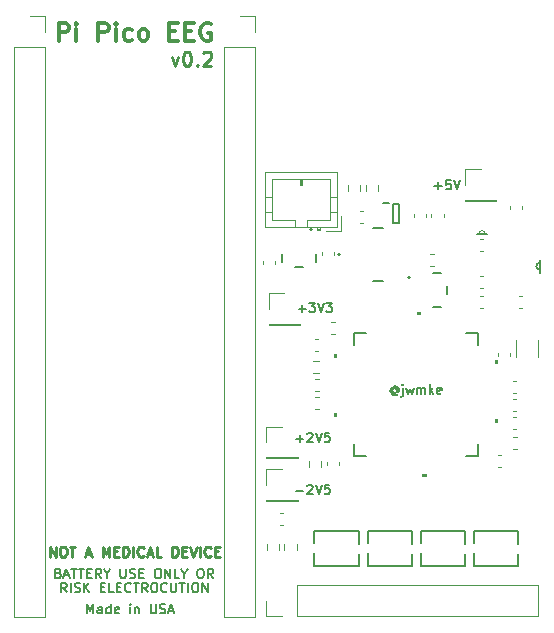
<source format=gto>
%TF.GenerationSoftware,KiCad,Pcbnew,8.0.3*%
%TF.CreationDate,2024-08-10T21:36:20-07:00*%
%TF.ProjectId,v2,76322e6b-6963-4616-945f-706362585858,rev?*%
%TF.SameCoordinates,Original*%
%TF.FileFunction,Legend,Top*%
%TF.FilePolarity,Positive*%
%FSLAX46Y46*%
G04 Gerber Fmt 4.6, Leading zero omitted, Abs format (unit mm)*
G04 Created by KiCad (PCBNEW 8.0.3) date 2024-08-10 21:36:20*
%MOMM*%
%LPD*%
G01*
G04 APERTURE LIST*
%ADD10C,0.150000*%
%ADD11C,0.212500*%
%ADD12C,0.250000*%
%ADD13C,0.350000*%
%ADD14C,0.120000*%
%ADD15C,0.127000*%
%ADD16C,0.200000*%
%ADD17C,0.152400*%
%ADD18C,0.100000*%
%ADD19C,0.000000*%
G04 APERTURE END LIST*
D10*
X128289160Y-94789533D02*
X128898684Y-94789533D01*
X128593922Y-95094295D02*
X128593922Y-94484771D01*
X129241540Y-94370485D02*
X129279636Y-94332390D01*
X129279636Y-94332390D02*
X129355826Y-94294295D01*
X129355826Y-94294295D02*
X129546302Y-94294295D01*
X129546302Y-94294295D02*
X129622493Y-94332390D01*
X129622493Y-94332390D02*
X129660588Y-94370485D01*
X129660588Y-94370485D02*
X129698683Y-94446676D01*
X129698683Y-94446676D02*
X129698683Y-94522866D01*
X129698683Y-94522866D02*
X129660588Y-94637152D01*
X129660588Y-94637152D02*
X129203445Y-95094295D01*
X129203445Y-95094295D02*
X129698683Y-95094295D01*
X129927255Y-94294295D02*
X130193922Y-95094295D01*
X130193922Y-95094295D02*
X130460588Y-94294295D01*
X131108207Y-94294295D02*
X130727255Y-94294295D01*
X130727255Y-94294295D02*
X130689159Y-94675247D01*
X130689159Y-94675247D02*
X130727255Y-94637152D01*
X130727255Y-94637152D02*
X130803445Y-94599057D01*
X130803445Y-94599057D02*
X130993921Y-94599057D01*
X130993921Y-94599057D02*
X131070112Y-94637152D01*
X131070112Y-94637152D02*
X131108207Y-94675247D01*
X131108207Y-94675247D02*
X131146302Y-94751438D01*
X131146302Y-94751438D02*
X131146302Y-94941914D01*
X131146302Y-94941914D02*
X131108207Y-95018104D01*
X131108207Y-95018104D02*
X131070112Y-95056200D01*
X131070112Y-95056200D02*
X130993921Y-95094295D01*
X130993921Y-95094295D02*
X130803445Y-95094295D01*
X130803445Y-95094295D02*
X130727255Y-95056200D01*
X130727255Y-95056200D02*
X130689159Y-95018104D01*
X128289160Y-99189533D02*
X128898684Y-99189533D01*
X129241540Y-98770485D02*
X129279636Y-98732390D01*
X129279636Y-98732390D02*
X129355826Y-98694295D01*
X129355826Y-98694295D02*
X129546302Y-98694295D01*
X129546302Y-98694295D02*
X129622493Y-98732390D01*
X129622493Y-98732390D02*
X129660588Y-98770485D01*
X129660588Y-98770485D02*
X129698683Y-98846676D01*
X129698683Y-98846676D02*
X129698683Y-98922866D01*
X129698683Y-98922866D02*
X129660588Y-99037152D01*
X129660588Y-99037152D02*
X129203445Y-99494295D01*
X129203445Y-99494295D02*
X129698683Y-99494295D01*
X129927255Y-98694295D02*
X130193922Y-99494295D01*
X130193922Y-99494295D02*
X130460588Y-98694295D01*
X131108207Y-98694295D02*
X130727255Y-98694295D01*
X130727255Y-98694295D02*
X130689159Y-99075247D01*
X130689159Y-99075247D02*
X130727255Y-99037152D01*
X130727255Y-99037152D02*
X130803445Y-98999057D01*
X130803445Y-98999057D02*
X130993921Y-98999057D01*
X130993921Y-98999057D02*
X131070112Y-99037152D01*
X131070112Y-99037152D02*
X131108207Y-99075247D01*
X131108207Y-99075247D02*
X131146302Y-99151438D01*
X131146302Y-99151438D02*
X131146302Y-99341914D01*
X131146302Y-99341914D02*
X131108207Y-99418104D01*
X131108207Y-99418104D02*
X131070112Y-99456200D01*
X131070112Y-99456200D02*
X130993921Y-99494295D01*
X130993921Y-99494295D02*
X130803445Y-99494295D01*
X130803445Y-99494295D02*
X130727255Y-99456200D01*
X130727255Y-99456200D02*
X130689159Y-99418104D01*
X128489160Y-83789533D02*
X129098684Y-83789533D01*
X128793922Y-84094295D02*
X128793922Y-83484771D01*
X129403445Y-83294295D02*
X129898683Y-83294295D01*
X129898683Y-83294295D02*
X129632017Y-83599057D01*
X129632017Y-83599057D02*
X129746302Y-83599057D01*
X129746302Y-83599057D02*
X129822493Y-83637152D01*
X129822493Y-83637152D02*
X129860588Y-83675247D01*
X129860588Y-83675247D02*
X129898683Y-83751438D01*
X129898683Y-83751438D02*
X129898683Y-83941914D01*
X129898683Y-83941914D02*
X129860588Y-84018104D01*
X129860588Y-84018104D02*
X129822493Y-84056200D01*
X129822493Y-84056200D02*
X129746302Y-84094295D01*
X129746302Y-84094295D02*
X129517731Y-84094295D01*
X129517731Y-84094295D02*
X129441540Y-84056200D01*
X129441540Y-84056200D02*
X129403445Y-84018104D01*
X130127255Y-83294295D02*
X130393922Y-84094295D01*
X130393922Y-84094295D02*
X130660588Y-83294295D01*
X130851064Y-83294295D02*
X131346302Y-83294295D01*
X131346302Y-83294295D02*
X131079636Y-83599057D01*
X131079636Y-83599057D02*
X131193921Y-83599057D01*
X131193921Y-83599057D02*
X131270112Y-83637152D01*
X131270112Y-83637152D02*
X131308207Y-83675247D01*
X131308207Y-83675247D02*
X131346302Y-83751438D01*
X131346302Y-83751438D02*
X131346302Y-83941914D01*
X131346302Y-83941914D02*
X131308207Y-84018104D01*
X131308207Y-84018104D02*
X131270112Y-84056200D01*
X131270112Y-84056200D02*
X131193921Y-84094295D01*
X131193921Y-84094295D02*
X130965350Y-84094295D01*
X130965350Y-84094295D02*
X130889159Y-84056200D01*
X130889159Y-84056200D02*
X130851064Y-84018104D01*
X139989160Y-73389533D02*
X140598684Y-73389533D01*
X140293922Y-73694295D02*
X140293922Y-73084771D01*
X141360588Y-72894295D02*
X140979636Y-72894295D01*
X140979636Y-72894295D02*
X140941540Y-73275247D01*
X140941540Y-73275247D02*
X140979636Y-73237152D01*
X140979636Y-73237152D02*
X141055826Y-73199057D01*
X141055826Y-73199057D02*
X141246302Y-73199057D01*
X141246302Y-73199057D02*
X141322493Y-73237152D01*
X141322493Y-73237152D02*
X141360588Y-73275247D01*
X141360588Y-73275247D02*
X141398683Y-73351438D01*
X141398683Y-73351438D02*
X141398683Y-73541914D01*
X141398683Y-73541914D02*
X141360588Y-73618104D01*
X141360588Y-73618104D02*
X141322493Y-73656200D01*
X141322493Y-73656200D02*
X141246302Y-73694295D01*
X141246302Y-73694295D02*
X141055826Y-73694295D01*
X141055826Y-73694295D02*
X140979636Y-73656200D01*
X140979636Y-73656200D02*
X140941540Y-73618104D01*
X141627255Y-72894295D02*
X141893922Y-73694295D01*
X141893922Y-73694295D02*
X142160588Y-72894295D01*
X108846303Y-107794295D02*
X108579636Y-107413342D01*
X108389160Y-107794295D02*
X108389160Y-106994295D01*
X108389160Y-106994295D02*
X108693922Y-106994295D01*
X108693922Y-106994295D02*
X108770112Y-107032390D01*
X108770112Y-107032390D02*
X108808207Y-107070485D01*
X108808207Y-107070485D02*
X108846303Y-107146676D01*
X108846303Y-107146676D02*
X108846303Y-107260961D01*
X108846303Y-107260961D02*
X108808207Y-107337152D01*
X108808207Y-107337152D02*
X108770112Y-107375247D01*
X108770112Y-107375247D02*
X108693922Y-107413342D01*
X108693922Y-107413342D02*
X108389160Y-107413342D01*
X109189160Y-107794295D02*
X109189160Y-106994295D01*
X109532016Y-107756200D02*
X109646302Y-107794295D01*
X109646302Y-107794295D02*
X109836778Y-107794295D01*
X109836778Y-107794295D02*
X109912969Y-107756200D01*
X109912969Y-107756200D02*
X109951064Y-107718104D01*
X109951064Y-107718104D02*
X109989159Y-107641914D01*
X109989159Y-107641914D02*
X109989159Y-107565723D01*
X109989159Y-107565723D02*
X109951064Y-107489533D01*
X109951064Y-107489533D02*
X109912969Y-107451438D01*
X109912969Y-107451438D02*
X109836778Y-107413342D01*
X109836778Y-107413342D02*
X109684397Y-107375247D01*
X109684397Y-107375247D02*
X109608207Y-107337152D01*
X109608207Y-107337152D02*
X109570112Y-107299057D01*
X109570112Y-107299057D02*
X109532016Y-107222866D01*
X109532016Y-107222866D02*
X109532016Y-107146676D01*
X109532016Y-107146676D02*
X109570112Y-107070485D01*
X109570112Y-107070485D02*
X109608207Y-107032390D01*
X109608207Y-107032390D02*
X109684397Y-106994295D01*
X109684397Y-106994295D02*
X109874874Y-106994295D01*
X109874874Y-106994295D02*
X109989159Y-107032390D01*
X110332017Y-107794295D02*
X110332017Y-106994295D01*
X110789160Y-107794295D02*
X110446302Y-107337152D01*
X110789160Y-106994295D02*
X110332017Y-107451438D01*
X111741541Y-107375247D02*
X112008207Y-107375247D01*
X112122493Y-107794295D02*
X111741541Y-107794295D01*
X111741541Y-107794295D02*
X111741541Y-106994295D01*
X111741541Y-106994295D02*
X112122493Y-106994295D01*
X112846303Y-107794295D02*
X112465351Y-107794295D01*
X112465351Y-107794295D02*
X112465351Y-106994295D01*
X113112970Y-107375247D02*
X113379636Y-107375247D01*
X113493922Y-107794295D02*
X113112970Y-107794295D01*
X113112970Y-107794295D02*
X113112970Y-106994295D01*
X113112970Y-106994295D02*
X113493922Y-106994295D01*
X114293923Y-107718104D02*
X114255827Y-107756200D01*
X114255827Y-107756200D02*
X114141542Y-107794295D01*
X114141542Y-107794295D02*
X114065351Y-107794295D01*
X114065351Y-107794295D02*
X113951065Y-107756200D01*
X113951065Y-107756200D02*
X113874875Y-107680009D01*
X113874875Y-107680009D02*
X113836780Y-107603819D01*
X113836780Y-107603819D02*
X113798684Y-107451438D01*
X113798684Y-107451438D02*
X113798684Y-107337152D01*
X113798684Y-107337152D02*
X113836780Y-107184771D01*
X113836780Y-107184771D02*
X113874875Y-107108580D01*
X113874875Y-107108580D02*
X113951065Y-107032390D01*
X113951065Y-107032390D02*
X114065351Y-106994295D01*
X114065351Y-106994295D02*
X114141542Y-106994295D01*
X114141542Y-106994295D02*
X114255827Y-107032390D01*
X114255827Y-107032390D02*
X114293923Y-107070485D01*
X114522494Y-106994295D02*
X114979637Y-106994295D01*
X114751065Y-107794295D02*
X114751065Y-106994295D01*
X115703447Y-107794295D02*
X115436780Y-107413342D01*
X115246304Y-107794295D02*
X115246304Y-106994295D01*
X115246304Y-106994295D02*
X115551066Y-106994295D01*
X115551066Y-106994295D02*
X115627256Y-107032390D01*
X115627256Y-107032390D02*
X115665351Y-107070485D01*
X115665351Y-107070485D02*
X115703447Y-107146676D01*
X115703447Y-107146676D02*
X115703447Y-107260961D01*
X115703447Y-107260961D02*
X115665351Y-107337152D01*
X115665351Y-107337152D02*
X115627256Y-107375247D01*
X115627256Y-107375247D02*
X115551066Y-107413342D01*
X115551066Y-107413342D02*
X115246304Y-107413342D01*
X116198685Y-106994295D02*
X116351066Y-106994295D01*
X116351066Y-106994295D02*
X116427256Y-107032390D01*
X116427256Y-107032390D02*
X116503447Y-107108580D01*
X116503447Y-107108580D02*
X116541542Y-107260961D01*
X116541542Y-107260961D02*
X116541542Y-107527628D01*
X116541542Y-107527628D02*
X116503447Y-107680009D01*
X116503447Y-107680009D02*
X116427256Y-107756200D01*
X116427256Y-107756200D02*
X116351066Y-107794295D01*
X116351066Y-107794295D02*
X116198685Y-107794295D01*
X116198685Y-107794295D02*
X116122494Y-107756200D01*
X116122494Y-107756200D02*
X116046304Y-107680009D01*
X116046304Y-107680009D02*
X116008208Y-107527628D01*
X116008208Y-107527628D02*
X116008208Y-107260961D01*
X116008208Y-107260961D02*
X116046304Y-107108580D01*
X116046304Y-107108580D02*
X116122494Y-107032390D01*
X116122494Y-107032390D02*
X116198685Y-106994295D01*
X117341542Y-107718104D02*
X117303446Y-107756200D01*
X117303446Y-107756200D02*
X117189161Y-107794295D01*
X117189161Y-107794295D02*
X117112970Y-107794295D01*
X117112970Y-107794295D02*
X116998684Y-107756200D01*
X116998684Y-107756200D02*
X116922494Y-107680009D01*
X116922494Y-107680009D02*
X116884399Y-107603819D01*
X116884399Y-107603819D02*
X116846303Y-107451438D01*
X116846303Y-107451438D02*
X116846303Y-107337152D01*
X116846303Y-107337152D02*
X116884399Y-107184771D01*
X116884399Y-107184771D02*
X116922494Y-107108580D01*
X116922494Y-107108580D02*
X116998684Y-107032390D01*
X116998684Y-107032390D02*
X117112970Y-106994295D01*
X117112970Y-106994295D02*
X117189161Y-106994295D01*
X117189161Y-106994295D02*
X117303446Y-107032390D01*
X117303446Y-107032390D02*
X117341542Y-107070485D01*
X117684399Y-106994295D02*
X117684399Y-107641914D01*
X117684399Y-107641914D02*
X117722494Y-107718104D01*
X117722494Y-107718104D02*
X117760589Y-107756200D01*
X117760589Y-107756200D02*
X117836780Y-107794295D01*
X117836780Y-107794295D02*
X117989161Y-107794295D01*
X117989161Y-107794295D02*
X118065351Y-107756200D01*
X118065351Y-107756200D02*
X118103446Y-107718104D01*
X118103446Y-107718104D02*
X118141542Y-107641914D01*
X118141542Y-107641914D02*
X118141542Y-106994295D01*
X118408208Y-106994295D02*
X118865351Y-106994295D01*
X118636779Y-107794295D02*
X118636779Y-106994295D01*
X119132018Y-107794295D02*
X119132018Y-106994295D01*
X119665351Y-106994295D02*
X119817732Y-106994295D01*
X119817732Y-106994295D02*
X119893922Y-107032390D01*
X119893922Y-107032390D02*
X119970113Y-107108580D01*
X119970113Y-107108580D02*
X120008208Y-107260961D01*
X120008208Y-107260961D02*
X120008208Y-107527628D01*
X120008208Y-107527628D02*
X119970113Y-107680009D01*
X119970113Y-107680009D02*
X119893922Y-107756200D01*
X119893922Y-107756200D02*
X119817732Y-107794295D01*
X119817732Y-107794295D02*
X119665351Y-107794295D01*
X119665351Y-107794295D02*
X119589160Y-107756200D01*
X119589160Y-107756200D02*
X119512970Y-107680009D01*
X119512970Y-107680009D02*
X119474874Y-107527628D01*
X119474874Y-107527628D02*
X119474874Y-107260961D01*
X119474874Y-107260961D02*
X119512970Y-107108580D01*
X119512970Y-107108580D02*
X119589160Y-107032390D01*
X119589160Y-107032390D02*
X119665351Y-106994295D01*
X120351065Y-107794295D02*
X120351065Y-106994295D01*
X120351065Y-106994295D02*
X120808208Y-107794295D01*
X120808208Y-107794295D02*
X120808208Y-106994295D01*
X108155826Y-106175247D02*
X108270112Y-106213342D01*
X108270112Y-106213342D02*
X108308207Y-106251438D01*
X108308207Y-106251438D02*
X108346303Y-106327628D01*
X108346303Y-106327628D02*
X108346303Y-106441914D01*
X108346303Y-106441914D02*
X108308207Y-106518104D01*
X108308207Y-106518104D02*
X108270112Y-106556200D01*
X108270112Y-106556200D02*
X108193922Y-106594295D01*
X108193922Y-106594295D02*
X107889160Y-106594295D01*
X107889160Y-106594295D02*
X107889160Y-105794295D01*
X107889160Y-105794295D02*
X108155826Y-105794295D01*
X108155826Y-105794295D02*
X108232017Y-105832390D01*
X108232017Y-105832390D02*
X108270112Y-105870485D01*
X108270112Y-105870485D02*
X108308207Y-105946676D01*
X108308207Y-105946676D02*
X108308207Y-106022866D01*
X108308207Y-106022866D02*
X108270112Y-106099057D01*
X108270112Y-106099057D02*
X108232017Y-106137152D01*
X108232017Y-106137152D02*
X108155826Y-106175247D01*
X108155826Y-106175247D02*
X107889160Y-106175247D01*
X108651064Y-106365723D02*
X109032017Y-106365723D01*
X108574874Y-106594295D02*
X108841541Y-105794295D01*
X108841541Y-105794295D02*
X109108207Y-106594295D01*
X109260588Y-105794295D02*
X109717731Y-105794295D01*
X109489159Y-106594295D02*
X109489159Y-105794295D01*
X109870112Y-105794295D02*
X110327255Y-105794295D01*
X110098683Y-106594295D02*
X110098683Y-105794295D01*
X110593922Y-106175247D02*
X110860588Y-106175247D01*
X110974874Y-106594295D02*
X110593922Y-106594295D01*
X110593922Y-106594295D02*
X110593922Y-105794295D01*
X110593922Y-105794295D02*
X110974874Y-105794295D01*
X111774875Y-106594295D02*
X111508208Y-106213342D01*
X111317732Y-106594295D02*
X111317732Y-105794295D01*
X111317732Y-105794295D02*
X111622494Y-105794295D01*
X111622494Y-105794295D02*
X111698684Y-105832390D01*
X111698684Y-105832390D02*
X111736779Y-105870485D01*
X111736779Y-105870485D02*
X111774875Y-105946676D01*
X111774875Y-105946676D02*
X111774875Y-106060961D01*
X111774875Y-106060961D02*
X111736779Y-106137152D01*
X111736779Y-106137152D02*
X111698684Y-106175247D01*
X111698684Y-106175247D02*
X111622494Y-106213342D01*
X111622494Y-106213342D02*
X111317732Y-106213342D01*
X112270113Y-106213342D02*
X112270113Y-106594295D01*
X112003446Y-105794295D02*
X112270113Y-106213342D01*
X112270113Y-106213342D02*
X112536779Y-105794295D01*
X113412970Y-105794295D02*
X113412970Y-106441914D01*
X113412970Y-106441914D02*
X113451065Y-106518104D01*
X113451065Y-106518104D02*
X113489160Y-106556200D01*
X113489160Y-106556200D02*
X113565351Y-106594295D01*
X113565351Y-106594295D02*
X113717732Y-106594295D01*
X113717732Y-106594295D02*
X113793922Y-106556200D01*
X113793922Y-106556200D02*
X113832017Y-106518104D01*
X113832017Y-106518104D02*
X113870113Y-106441914D01*
X113870113Y-106441914D02*
X113870113Y-105794295D01*
X114212969Y-106556200D02*
X114327255Y-106594295D01*
X114327255Y-106594295D02*
X114517731Y-106594295D01*
X114517731Y-106594295D02*
X114593922Y-106556200D01*
X114593922Y-106556200D02*
X114632017Y-106518104D01*
X114632017Y-106518104D02*
X114670112Y-106441914D01*
X114670112Y-106441914D02*
X114670112Y-106365723D01*
X114670112Y-106365723D02*
X114632017Y-106289533D01*
X114632017Y-106289533D02*
X114593922Y-106251438D01*
X114593922Y-106251438D02*
X114517731Y-106213342D01*
X114517731Y-106213342D02*
X114365350Y-106175247D01*
X114365350Y-106175247D02*
X114289160Y-106137152D01*
X114289160Y-106137152D02*
X114251065Y-106099057D01*
X114251065Y-106099057D02*
X114212969Y-106022866D01*
X114212969Y-106022866D02*
X114212969Y-105946676D01*
X114212969Y-105946676D02*
X114251065Y-105870485D01*
X114251065Y-105870485D02*
X114289160Y-105832390D01*
X114289160Y-105832390D02*
X114365350Y-105794295D01*
X114365350Y-105794295D02*
X114555827Y-105794295D01*
X114555827Y-105794295D02*
X114670112Y-105832390D01*
X115012970Y-106175247D02*
X115279636Y-106175247D01*
X115393922Y-106594295D02*
X115012970Y-106594295D01*
X115012970Y-106594295D02*
X115012970Y-105794295D01*
X115012970Y-105794295D02*
X115393922Y-105794295D01*
X116498685Y-105794295D02*
X116651066Y-105794295D01*
X116651066Y-105794295D02*
X116727256Y-105832390D01*
X116727256Y-105832390D02*
X116803447Y-105908580D01*
X116803447Y-105908580D02*
X116841542Y-106060961D01*
X116841542Y-106060961D02*
X116841542Y-106327628D01*
X116841542Y-106327628D02*
X116803447Y-106480009D01*
X116803447Y-106480009D02*
X116727256Y-106556200D01*
X116727256Y-106556200D02*
X116651066Y-106594295D01*
X116651066Y-106594295D02*
X116498685Y-106594295D01*
X116498685Y-106594295D02*
X116422494Y-106556200D01*
X116422494Y-106556200D02*
X116346304Y-106480009D01*
X116346304Y-106480009D02*
X116308208Y-106327628D01*
X116308208Y-106327628D02*
X116308208Y-106060961D01*
X116308208Y-106060961D02*
X116346304Y-105908580D01*
X116346304Y-105908580D02*
X116422494Y-105832390D01*
X116422494Y-105832390D02*
X116498685Y-105794295D01*
X117184399Y-106594295D02*
X117184399Y-105794295D01*
X117184399Y-105794295D02*
X117641542Y-106594295D01*
X117641542Y-106594295D02*
X117641542Y-105794295D01*
X118403446Y-106594295D02*
X118022494Y-106594295D01*
X118022494Y-106594295D02*
X118022494Y-105794295D01*
X118822494Y-106213342D02*
X118822494Y-106594295D01*
X118555827Y-105794295D02*
X118822494Y-106213342D01*
X118822494Y-106213342D02*
X119089160Y-105794295D01*
X120117732Y-105794295D02*
X120270113Y-105794295D01*
X120270113Y-105794295D02*
X120346303Y-105832390D01*
X120346303Y-105832390D02*
X120422494Y-105908580D01*
X120422494Y-105908580D02*
X120460589Y-106060961D01*
X120460589Y-106060961D02*
X120460589Y-106327628D01*
X120460589Y-106327628D02*
X120422494Y-106480009D01*
X120422494Y-106480009D02*
X120346303Y-106556200D01*
X120346303Y-106556200D02*
X120270113Y-106594295D01*
X120270113Y-106594295D02*
X120117732Y-106594295D01*
X120117732Y-106594295D02*
X120041541Y-106556200D01*
X120041541Y-106556200D02*
X119965351Y-106480009D01*
X119965351Y-106480009D02*
X119927255Y-106327628D01*
X119927255Y-106327628D02*
X119927255Y-106060961D01*
X119927255Y-106060961D02*
X119965351Y-105908580D01*
X119965351Y-105908580D02*
X120041541Y-105832390D01*
X120041541Y-105832390D02*
X120117732Y-105794295D01*
X121260589Y-106594295D02*
X120993922Y-106213342D01*
X120803446Y-106594295D02*
X120803446Y-105794295D01*
X120803446Y-105794295D02*
X121108208Y-105794295D01*
X121108208Y-105794295D02*
X121184398Y-105832390D01*
X121184398Y-105832390D02*
X121222493Y-105870485D01*
X121222493Y-105870485D02*
X121260589Y-105946676D01*
X121260589Y-105946676D02*
X121260589Y-106060961D01*
X121260589Y-106060961D02*
X121222493Y-106137152D01*
X121222493Y-106137152D02*
X121184398Y-106175247D01*
X121184398Y-106175247D02*
X121108208Y-106213342D01*
X121108208Y-106213342D02*
X120803446Y-106213342D01*
D11*
X107442182Y-104784927D02*
X107442182Y-103934927D01*
X107442182Y-103934927D02*
X107927897Y-104784927D01*
X107927897Y-104784927D02*
X107927897Y-103934927D01*
X108494563Y-103934927D02*
X108656468Y-103934927D01*
X108656468Y-103934927D02*
X108737420Y-103975403D01*
X108737420Y-103975403D02*
X108818373Y-104056355D01*
X108818373Y-104056355D02*
X108858849Y-104218260D01*
X108858849Y-104218260D02*
X108858849Y-104501593D01*
X108858849Y-104501593D02*
X108818373Y-104663498D01*
X108818373Y-104663498D02*
X108737420Y-104744451D01*
X108737420Y-104744451D02*
X108656468Y-104784927D01*
X108656468Y-104784927D02*
X108494563Y-104784927D01*
X108494563Y-104784927D02*
X108413611Y-104744451D01*
X108413611Y-104744451D02*
X108332658Y-104663498D01*
X108332658Y-104663498D02*
X108292182Y-104501593D01*
X108292182Y-104501593D02*
X108292182Y-104218260D01*
X108292182Y-104218260D02*
X108332658Y-104056355D01*
X108332658Y-104056355D02*
X108413611Y-103975403D01*
X108413611Y-103975403D02*
X108494563Y-103934927D01*
X109101706Y-103934927D02*
X109587420Y-103934927D01*
X109344563Y-104784927D02*
X109344563Y-103934927D01*
X110477896Y-104542070D02*
X110882658Y-104542070D01*
X110396944Y-104784927D02*
X110680277Y-103934927D01*
X110680277Y-103934927D02*
X110963611Y-104784927D01*
X111894562Y-104784927D02*
X111894562Y-103934927D01*
X111894562Y-103934927D02*
X112177896Y-104542070D01*
X112177896Y-104542070D02*
X112461229Y-103934927D01*
X112461229Y-103934927D02*
X112461229Y-104784927D01*
X112865991Y-104339689D02*
X113149325Y-104339689D01*
X113270753Y-104784927D02*
X112865991Y-104784927D01*
X112865991Y-104784927D02*
X112865991Y-103934927D01*
X112865991Y-103934927D02*
X113270753Y-103934927D01*
X113635039Y-104784927D02*
X113635039Y-103934927D01*
X113635039Y-103934927D02*
X113837420Y-103934927D01*
X113837420Y-103934927D02*
X113958849Y-103975403D01*
X113958849Y-103975403D02*
X114039801Y-104056355D01*
X114039801Y-104056355D02*
X114080278Y-104137308D01*
X114080278Y-104137308D02*
X114120754Y-104299212D01*
X114120754Y-104299212D02*
X114120754Y-104420641D01*
X114120754Y-104420641D02*
X114080278Y-104582546D01*
X114080278Y-104582546D02*
X114039801Y-104663498D01*
X114039801Y-104663498D02*
X113958849Y-104744451D01*
X113958849Y-104744451D02*
X113837420Y-104784927D01*
X113837420Y-104784927D02*
X113635039Y-104784927D01*
X114485039Y-104784927D02*
X114485039Y-103934927D01*
X115375516Y-104703974D02*
X115335040Y-104744451D01*
X115335040Y-104744451D02*
X115213611Y-104784927D01*
X115213611Y-104784927D02*
X115132659Y-104784927D01*
X115132659Y-104784927D02*
X115011230Y-104744451D01*
X115011230Y-104744451D02*
X114930278Y-104663498D01*
X114930278Y-104663498D02*
X114889801Y-104582546D01*
X114889801Y-104582546D02*
X114849325Y-104420641D01*
X114849325Y-104420641D02*
X114849325Y-104299212D01*
X114849325Y-104299212D02*
X114889801Y-104137308D01*
X114889801Y-104137308D02*
X114930278Y-104056355D01*
X114930278Y-104056355D02*
X115011230Y-103975403D01*
X115011230Y-103975403D02*
X115132659Y-103934927D01*
X115132659Y-103934927D02*
X115213611Y-103934927D01*
X115213611Y-103934927D02*
X115335040Y-103975403D01*
X115335040Y-103975403D02*
X115375516Y-104015879D01*
X115699325Y-104542070D02*
X116104087Y-104542070D01*
X115618373Y-104784927D02*
X115901706Y-103934927D01*
X115901706Y-103934927D02*
X116185040Y-104784927D01*
X116873134Y-104784927D02*
X116468372Y-104784927D01*
X116468372Y-104784927D02*
X116468372Y-103934927D01*
X117804086Y-104784927D02*
X117804086Y-103934927D01*
X117804086Y-103934927D02*
X118006467Y-103934927D01*
X118006467Y-103934927D02*
X118127896Y-103975403D01*
X118127896Y-103975403D02*
X118208848Y-104056355D01*
X118208848Y-104056355D02*
X118249325Y-104137308D01*
X118249325Y-104137308D02*
X118289801Y-104299212D01*
X118289801Y-104299212D02*
X118289801Y-104420641D01*
X118289801Y-104420641D02*
X118249325Y-104582546D01*
X118249325Y-104582546D02*
X118208848Y-104663498D01*
X118208848Y-104663498D02*
X118127896Y-104744451D01*
X118127896Y-104744451D02*
X118006467Y-104784927D01*
X118006467Y-104784927D02*
X117804086Y-104784927D01*
X118654086Y-104339689D02*
X118937420Y-104339689D01*
X119058848Y-104784927D02*
X118654086Y-104784927D01*
X118654086Y-104784927D02*
X118654086Y-103934927D01*
X118654086Y-103934927D02*
X119058848Y-103934927D01*
X119301706Y-103934927D02*
X119585039Y-104784927D01*
X119585039Y-104784927D02*
X119868373Y-103934927D01*
X120151705Y-104784927D02*
X120151705Y-103934927D01*
X121042182Y-104703974D02*
X121001706Y-104744451D01*
X121001706Y-104744451D02*
X120880277Y-104784927D01*
X120880277Y-104784927D02*
X120799325Y-104784927D01*
X120799325Y-104784927D02*
X120677896Y-104744451D01*
X120677896Y-104744451D02*
X120596944Y-104663498D01*
X120596944Y-104663498D02*
X120556467Y-104582546D01*
X120556467Y-104582546D02*
X120515991Y-104420641D01*
X120515991Y-104420641D02*
X120515991Y-104299212D01*
X120515991Y-104299212D02*
X120556467Y-104137308D01*
X120556467Y-104137308D02*
X120596944Y-104056355D01*
X120596944Y-104056355D02*
X120677896Y-103975403D01*
X120677896Y-103975403D02*
X120799325Y-103934927D01*
X120799325Y-103934927D02*
X120880277Y-103934927D01*
X120880277Y-103934927D02*
X121001706Y-103975403D01*
X121001706Y-103975403D02*
X121042182Y-104015879D01*
X121406467Y-104339689D02*
X121689801Y-104339689D01*
X121811229Y-104784927D02*
X121406467Y-104784927D01*
X121406467Y-104784927D02*
X121406467Y-103934927D01*
X121406467Y-103934927D02*
X121811229Y-103934927D01*
D12*
X117735901Y-62440142D02*
X118021615Y-63240142D01*
X118021615Y-63240142D02*
X118307330Y-62440142D01*
X118993044Y-62040142D02*
X119107330Y-62040142D01*
X119107330Y-62040142D02*
X119221616Y-62097285D01*
X119221616Y-62097285D02*
X119278759Y-62154428D01*
X119278759Y-62154428D02*
X119335901Y-62268714D01*
X119335901Y-62268714D02*
X119393044Y-62497285D01*
X119393044Y-62497285D02*
X119393044Y-62783000D01*
X119393044Y-62783000D02*
X119335901Y-63011571D01*
X119335901Y-63011571D02*
X119278759Y-63125857D01*
X119278759Y-63125857D02*
X119221616Y-63183000D01*
X119221616Y-63183000D02*
X119107330Y-63240142D01*
X119107330Y-63240142D02*
X118993044Y-63240142D01*
X118993044Y-63240142D02*
X118878759Y-63183000D01*
X118878759Y-63183000D02*
X118821616Y-63125857D01*
X118821616Y-63125857D02*
X118764473Y-63011571D01*
X118764473Y-63011571D02*
X118707330Y-62783000D01*
X118707330Y-62783000D02*
X118707330Y-62497285D01*
X118707330Y-62497285D02*
X118764473Y-62268714D01*
X118764473Y-62268714D02*
X118821616Y-62154428D01*
X118821616Y-62154428D02*
X118878759Y-62097285D01*
X118878759Y-62097285D02*
X118993044Y-62040142D01*
X119907330Y-63125857D02*
X119964473Y-63183000D01*
X119964473Y-63183000D02*
X119907330Y-63240142D01*
X119907330Y-63240142D02*
X119850187Y-63183000D01*
X119850187Y-63183000D02*
X119907330Y-63125857D01*
X119907330Y-63125857D02*
X119907330Y-63240142D01*
X120421616Y-62154428D02*
X120478759Y-62097285D01*
X120478759Y-62097285D02*
X120593045Y-62040142D01*
X120593045Y-62040142D02*
X120878759Y-62040142D01*
X120878759Y-62040142D02*
X120993045Y-62097285D01*
X120993045Y-62097285D02*
X121050187Y-62154428D01*
X121050187Y-62154428D02*
X121107330Y-62268714D01*
X121107330Y-62268714D02*
X121107330Y-62383000D01*
X121107330Y-62383000D02*
X121050187Y-62554428D01*
X121050187Y-62554428D02*
X120364473Y-63240142D01*
X120364473Y-63240142D02*
X121107330Y-63240142D01*
D10*
X136784398Y-90613342D02*
X136746303Y-90575247D01*
X136746303Y-90575247D02*
X136670112Y-90537152D01*
X136670112Y-90537152D02*
X136593922Y-90537152D01*
X136593922Y-90537152D02*
X136517731Y-90575247D01*
X136517731Y-90575247D02*
X136479636Y-90613342D01*
X136479636Y-90613342D02*
X136441541Y-90689533D01*
X136441541Y-90689533D02*
X136441541Y-90765723D01*
X136441541Y-90765723D02*
X136479636Y-90841914D01*
X136479636Y-90841914D02*
X136517731Y-90880009D01*
X136517731Y-90880009D02*
X136593922Y-90918104D01*
X136593922Y-90918104D02*
X136670112Y-90918104D01*
X136670112Y-90918104D02*
X136746303Y-90880009D01*
X136746303Y-90880009D02*
X136784398Y-90841914D01*
X136784398Y-90537152D02*
X136784398Y-90841914D01*
X136784398Y-90841914D02*
X136822493Y-90880009D01*
X136822493Y-90880009D02*
X136860588Y-90880009D01*
X136860588Y-90880009D02*
X136936779Y-90841914D01*
X136936779Y-90841914D02*
X136974874Y-90765723D01*
X136974874Y-90765723D02*
X136974874Y-90575247D01*
X136974874Y-90575247D02*
X136898684Y-90460961D01*
X136898684Y-90460961D02*
X136784398Y-90384771D01*
X136784398Y-90384771D02*
X136632017Y-90346676D01*
X136632017Y-90346676D02*
X136479636Y-90384771D01*
X136479636Y-90384771D02*
X136365350Y-90460961D01*
X136365350Y-90460961D02*
X136289160Y-90575247D01*
X136289160Y-90575247D02*
X136251064Y-90727628D01*
X136251064Y-90727628D02*
X136289160Y-90880009D01*
X136289160Y-90880009D02*
X136365350Y-90994295D01*
X136365350Y-90994295D02*
X136479636Y-91070485D01*
X136479636Y-91070485D02*
X136632017Y-91108580D01*
X136632017Y-91108580D02*
X136784398Y-91070485D01*
X136784398Y-91070485D02*
X136898684Y-90994295D01*
X137317731Y-90460961D02*
X137317731Y-91146676D01*
X137317731Y-91146676D02*
X137279635Y-91222866D01*
X137279635Y-91222866D02*
X137203445Y-91260961D01*
X137203445Y-91260961D02*
X137165350Y-91260961D01*
X137317731Y-90194295D02*
X137279635Y-90232390D01*
X137279635Y-90232390D02*
X137317731Y-90270485D01*
X137317731Y-90270485D02*
X137355826Y-90232390D01*
X137355826Y-90232390D02*
X137317731Y-90194295D01*
X137317731Y-90194295D02*
X137317731Y-90270485D01*
X137622492Y-90460961D02*
X137774873Y-90994295D01*
X137774873Y-90994295D02*
X137927254Y-90613342D01*
X137927254Y-90613342D02*
X138079635Y-90994295D01*
X138079635Y-90994295D02*
X138232016Y-90460961D01*
X138536778Y-90994295D02*
X138536778Y-90460961D01*
X138536778Y-90537152D02*
X138574873Y-90499057D01*
X138574873Y-90499057D02*
X138651063Y-90460961D01*
X138651063Y-90460961D02*
X138765349Y-90460961D01*
X138765349Y-90460961D02*
X138841540Y-90499057D01*
X138841540Y-90499057D02*
X138879635Y-90575247D01*
X138879635Y-90575247D02*
X138879635Y-90994295D01*
X138879635Y-90575247D02*
X138917730Y-90499057D01*
X138917730Y-90499057D02*
X138993921Y-90460961D01*
X138993921Y-90460961D02*
X139108206Y-90460961D01*
X139108206Y-90460961D02*
X139184397Y-90499057D01*
X139184397Y-90499057D02*
X139222492Y-90575247D01*
X139222492Y-90575247D02*
X139222492Y-90994295D01*
X139603445Y-90994295D02*
X139603445Y-90194295D01*
X139679635Y-90689533D02*
X139908207Y-90994295D01*
X139908207Y-90460961D02*
X139603445Y-90765723D01*
X140555826Y-90956200D02*
X140479635Y-90994295D01*
X140479635Y-90994295D02*
X140327254Y-90994295D01*
X140327254Y-90994295D02*
X140251064Y-90956200D01*
X140251064Y-90956200D02*
X140212968Y-90880009D01*
X140212968Y-90880009D02*
X140212968Y-90575247D01*
X140212968Y-90575247D02*
X140251064Y-90499057D01*
X140251064Y-90499057D02*
X140327254Y-90460961D01*
X140327254Y-90460961D02*
X140479635Y-90460961D01*
X140479635Y-90460961D02*
X140555826Y-90499057D01*
X140555826Y-90499057D02*
X140593921Y-90575247D01*
X140593921Y-90575247D02*
X140593921Y-90651438D01*
X140593921Y-90651438D02*
X140212968Y-90727628D01*
D13*
X108187405Y-61098228D02*
X108187405Y-59598228D01*
X108187405Y-59598228D02*
X108758834Y-59598228D01*
X108758834Y-59598228D02*
X108901691Y-59669657D01*
X108901691Y-59669657D02*
X108973120Y-59741085D01*
X108973120Y-59741085D02*
X109044548Y-59883942D01*
X109044548Y-59883942D02*
X109044548Y-60098228D01*
X109044548Y-60098228D02*
X108973120Y-60241085D01*
X108973120Y-60241085D02*
X108901691Y-60312514D01*
X108901691Y-60312514D02*
X108758834Y-60383942D01*
X108758834Y-60383942D02*
X108187405Y-60383942D01*
X109687405Y-61098228D02*
X109687405Y-60098228D01*
X109687405Y-59598228D02*
X109615977Y-59669657D01*
X109615977Y-59669657D02*
X109687405Y-59741085D01*
X109687405Y-59741085D02*
X109758834Y-59669657D01*
X109758834Y-59669657D02*
X109687405Y-59598228D01*
X109687405Y-59598228D02*
X109687405Y-59741085D01*
X111544548Y-61098228D02*
X111544548Y-59598228D01*
X111544548Y-59598228D02*
X112115977Y-59598228D01*
X112115977Y-59598228D02*
X112258834Y-59669657D01*
X112258834Y-59669657D02*
X112330263Y-59741085D01*
X112330263Y-59741085D02*
X112401691Y-59883942D01*
X112401691Y-59883942D02*
X112401691Y-60098228D01*
X112401691Y-60098228D02*
X112330263Y-60241085D01*
X112330263Y-60241085D02*
X112258834Y-60312514D01*
X112258834Y-60312514D02*
X112115977Y-60383942D01*
X112115977Y-60383942D02*
X111544548Y-60383942D01*
X113044548Y-61098228D02*
X113044548Y-60098228D01*
X113044548Y-59598228D02*
X112973120Y-59669657D01*
X112973120Y-59669657D02*
X113044548Y-59741085D01*
X113044548Y-59741085D02*
X113115977Y-59669657D01*
X113115977Y-59669657D02*
X113044548Y-59598228D01*
X113044548Y-59598228D02*
X113044548Y-59741085D01*
X114401692Y-61026800D02*
X114258834Y-61098228D01*
X114258834Y-61098228D02*
X113973120Y-61098228D01*
X113973120Y-61098228D02*
X113830263Y-61026800D01*
X113830263Y-61026800D02*
X113758834Y-60955371D01*
X113758834Y-60955371D02*
X113687406Y-60812514D01*
X113687406Y-60812514D02*
X113687406Y-60383942D01*
X113687406Y-60383942D02*
X113758834Y-60241085D01*
X113758834Y-60241085D02*
X113830263Y-60169657D01*
X113830263Y-60169657D02*
X113973120Y-60098228D01*
X113973120Y-60098228D02*
X114258834Y-60098228D01*
X114258834Y-60098228D02*
X114401692Y-60169657D01*
X115258834Y-61098228D02*
X115115977Y-61026800D01*
X115115977Y-61026800D02*
X115044548Y-60955371D01*
X115044548Y-60955371D02*
X114973120Y-60812514D01*
X114973120Y-60812514D02*
X114973120Y-60383942D01*
X114973120Y-60383942D02*
X115044548Y-60241085D01*
X115044548Y-60241085D02*
X115115977Y-60169657D01*
X115115977Y-60169657D02*
X115258834Y-60098228D01*
X115258834Y-60098228D02*
X115473120Y-60098228D01*
X115473120Y-60098228D02*
X115615977Y-60169657D01*
X115615977Y-60169657D02*
X115687406Y-60241085D01*
X115687406Y-60241085D02*
X115758834Y-60383942D01*
X115758834Y-60383942D02*
X115758834Y-60812514D01*
X115758834Y-60812514D02*
X115687406Y-60955371D01*
X115687406Y-60955371D02*
X115615977Y-61026800D01*
X115615977Y-61026800D02*
X115473120Y-61098228D01*
X115473120Y-61098228D02*
X115258834Y-61098228D01*
X117544548Y-60312514D02*
X118044548Y-60312514D01*
X118258834Y-61098228D02*
X117544548Y-61098228D01*
X117544548Y-61098228D02*
X117544548Y-59598228D01*
X117544548Y-59598228D02*
X118258834Y-59598228D01*
X118901691Y-60312514D02*
X119401691Y-60312514D01*
X119615977Y-61098228D02*
X118901691Y-61098228D01*
X118901691Y-61098228D02*
X118901691Y-59598228D01*
X118901691Y-59598228D02*
X119615977Y-59598228D01*
X121044549Y-59669657D02*
X120901692Y-59598228D01*
X120901692Y-59598228D02*
X120687406Y-59598228D01*
X120687406Y-59598228D02*
X120473120Y-59669657D01*
X120473120Y-59669657D02*
X120330263Y-59812514D01*
X120330263Y-59812514D02*
X120258834Y-59955371D01*
X120258834Y-59955371D02*
X120187406Y-60241085D01*
X120187406Y-60241085D02*
X120187406Y-60455371D01*
X120187406Y-60455371D02*
X120258834Y-60741085D01*
X120258834Y-60741085D02*
X120330263Y-60883942D01*
X120330263Y-60883942D02*
X120473120Y-61026800D01*
X120473120Y-61026800D02*
X120687406Y-61098228D01*
X120687406Y-61098228D02*
X120830263Y-61098228D01*
X120830263Y-61098228D02*
X121044549Y-61026800D01*
X121044549Y-61026800D02*
X121115977Y-60955371D01*
X121115977Y-60955371D02*
X121115977Y-60455371D01*
X121115977Y-60455371D02*
X120830263Y-60455371D01*
D10*
X110589160Y-109594295D02*
X110589160Y-108794295D01*
X110589160Y-108794295D02*
X110855826Y-109365723D01*
X110855826Y-109365723D02*
X111122493Y-108794295D01*
X111122493Y-108794295D02*
X111122493Y-109594295D01*
X111846303Y-109594295D02*
X111846303Y-109175247D01*
X111846303Y-109175247D02*
X111808208Y-109099057D01*
X111808208Y-109099057D02*
X111732017Y-109060961D01*
X111732017Y-109060961D02*
X111579636Y-109060961D01*
X111579636Y-109060961D02*
X111503446Y-109099057D01*
X111846303Y-109556200D02*
X111770112Y-109594295D01*
X111770112Y-109594295D02*
X111579636Y-109594295D01*
X111579636Y-109594295D02*
X111503446Y-109556200D01*
X111503446Y-109556200D02*
X111465350Y-109480009D01*
X111465350Y-109480009D02*
X111465350Y-109403819D01*
X111465350Y-109403819D02*
X111503446Y-109327628D01*
X111503446Y-109327628D02*
X111579636Y-109289533D01*
X111579636Y-109289533D02*
X111770112Y-109289533D01*
X111770112Y-109289533D02*
X111846303Y-109251438D01*
X112570113Y-109594295D02*
X112570113Y-108794295D01*
X112570113Y-109556200D02*
X112493922Y-109594295D01*
X112493922Y-109594295D02*
X112341541Y-109594295D01*
X112341541Y-109594295D02*
X112265351Y-109556200D01*
X112265351Y-109556200D02*
X112227256Y-109518104D01*
X112227256Y-109518104D02*
X112189160Y-109441914D01*
X112189160Y-109441914D02*
X112189160Y-109213342D01*
X112189160Y-109213342D02*
X112227256Y-109137152D01*
X112227256Y-109137152D02*
X112265351Y-109099057D01*
X112265351Y-109099057D02*
X112341541Y-109060961D01*
X112341541Y-109060961D02*
X112493922Y-109060961D01*
X112493922Y-109060961D02*
X112570113Y-109099057D01*
X113255828Y-109556200D02*
X113179637Y-109594295D01*
X113179637Y-109594295D02*
X113027256Y-109594295D01*
X113027256Y-109594295D02*
X112951066Y-109556200D01*
X112951066Y-109556200D02*
X112912970Y-109480009D01*
X112912970Y-109480009D02*
X112912970Y-109175247D01*
X112912970Y-109175247D02*
X112951066Y-109099057D01*
X112951066Y-109099057D02*
X113027256Y-109060961D01*
X113027256Y-109060961D02*
X113179637Y-109060961D01*
X113179637Y-109060961D02*
X113255828Y-109099057D01*
X113255828Y-109099057D02*
X113293923Y-109175247D01*
X113293923Y-109175247D02*
X113293923Y-109251438D01*
X113293923Y-109251438D02*
X112912970Y-109327628D01*
X114246304Y-109594295D02*
X114246304Y-109060961D01*
X114246304Y-108794295D02*
X114208208Y-108832390D01*
X114208208Y-108832390D02*
X114246304Y-108870485D01*
X114246304Y-108870485D02*
X114284399Y-108832390D01*
X114284399Y-108832390D02*
X114246304Y-108794295D01*
X114246304Y-108794295D02*
X114246304Y-108870485D01*
X114627256Y-109060961D02*
X114627256Y-109594295D01*
X114627256Y-109137152D02*
X114665351Y-109099057D01*
X114665351Y-109099057D02*
X114741541Y-109060961D01*
X114741541Y-109060961D02*
X114855827Y-109060961D01*
X114855827Y-109060961D02*
X114932018Y-109099057D01*
X114932018Y-109099057D02*
X114970113Y-109175247D01*
X114970113Y-109175247D02*
X114970113Y-109594295D01*
X115960590Y-108794295D02*
X115960590Y-109441914D01*
X115960590Y-109441914D02*
X115998685Y-109518104D01*
X115998685Y-109518104D02*
X116036780Y-109556200D01*
X116036780Y-109556200D02*
X116112971Y-109594295D01*
X116112971Y-109594295D02*
X116265352Y-109594295D01*
X116265352Y-109594295D02*
X116341542Y-109556200D01*
X116341542Y-109556200D02*
X116379637Y-109518104D01*
X116379637Y-109518104D02*
X116417733Y-109441914D01*
X116417733Y-109441914D02*
X116417733Y-108794295D01*
X116760589Y-109556200D02*
X116874875Y-109594295D01*
X116874875Y-109594295D02*
X117065351Y-109594295D01*
X117065351Y-109594295D02*
X117141542Y-109556200D01*
X117141542Y-109556200D02*
X117179637Y-109518104D01*
X117179637Y-109518104D02*
X117217732Y-109441914D01*
X117217732Y-109441914D02*
X117217732Y-109365723D01*
X117217732Y-109365723D02*
X117179637Y-109289533D01*
X117179637Y-109289533D02*
X117141542Y-109251438D01*
X117141542Y-109251438D02*
X117065351Y-109213342D01*
X117065351Y-109213342D02*
X116912970Y-109175247D01*
X116912970Y-109175247D02*
X116836780Y-109137152D01*
X116836780Y-109137152D02*
X116798685Y-109099057D01*
X116798685Y-109099057D02*
X116760589Y-109022866D01*
X116760589Y-109022866D02*
X116760589Y-108946676D01*
X116760589Y-108946676D02*
X116798685Y-108870485D01*
X116798685Y-108870485D02*
X116836780Y-108832390D01*
X116836780Y-108832390D02*
X116912970Y-108794295D01*
X116912970Y-108794295D02*
X117103447Y-108794295D01*
X117103447Y-108794295D02*
X117217732Y-108832390D01*
X117522494Y-109365723D02*
X117903447Y-109365723D01*
X117446304Y-109594295D02*
X117712971Y-108794295D01*
X117712971Y-108794295D02*
X117979637Y-109594295D01*
D14*
%TO.C,J8*%
X125770000Y-93770000D02*
X127100000Y-93770000D01*
X125770000Y-95100000D02*
X125770000Y-93770000D01*
X125770000Y-96370000D02*
X125770000Y-96430000D01*
X125770000Y-96370000D02*
X128430000Y-96370000D01*
X125770000Y-96430000D02*
X128430000Y-96430000D01*
X128430000Y-96370000D02*
X128430000Y-96430000D01*
%TO.C,J7*%
X125970000Y-82470000D02*
X127300000Y-82470000D01*
X125970000Y-83800000D02*
X125970000Y-82470000D01*
X125970000Y-85070000D02*
X125970000Y-85130000D01*
X125970000Y-85070000D02*
X128630000Y-85070000D01*
X125970000Y-85130000D02*
X128630000Y-85130000D01*
X128630000Y-85070000D02*
X128630000Y-85130000D01*
%TO.C,J6*%
X125770000Y-97370000D02*
X127100000Y-97370000D01*
X125770000Y-98700000D02*
X125770000Y-97370000D01*
X125770000Y-99970000D02*
X125770000Y-100030000D01*
X125770000Y-99970000D02*
X128430000Y-99970000D01*
X125770000Y-100030000D02*
X128430000Y-100030000D01*
X128430000Y-99970000D02*
X128430000Y-100030000D01*
%TO.C,J5*%
X142570000Y-71970000D02*
X143900000Y-71970000D01*
X142570000Y-73300000D02*
X142570000Y-71970000D01*
X142570000Y-74570000D02*
X142570000Y-74630000D01*
X142570000Y-74570000D02*
X145230000Y-74570000D01*
X142570000Y-74630000D02*
X145230000Y-74630000D01*
X145230000Y-74570000D02*
X145230000Y-74630000D01*
%TO.C,C22*%
X147410000Y-75053733D02*
X147410000Y-75346267D01*
X146390000Y-75053733D02*
X146390000Y-75346267D01*
D15*
%TO.C,U11*%
X139907500Y-80750000D02*
X140567500Y-80750000D01*
X140567500Y-83650000D02*
X139907500Y-83650000D01*
X141037500Y-81865000D02*
X141037500Y-82535000D01*
D16*
X137927500Y-81150000D02*
G75*
G02*
X137727500Y-81150000I-100000J0D01*
G01*
X137727500Y-81150000D02*
G75*
G02*
X137927500Y-81150000I100000J0D01*
G01*
D17*
%TO.C,U8*%
X148924000Y-79895200D02*
X148924000Y-79666600D01*
X148924000Y-80504800D02*
X148924000Y-79895200D01*
X148924000Y-80733400D02*
X148924000Y-80504800D01*
X148924000Y-80504800D02*
G75*
G02*
X148924000Y-79895200I0J304800D01*
G01*
D16*
%TO.C,U7*%
X129650000Y-77090000D02*
G75*
G02*
X129450000Y-77090000I-100000J0D01*
G01*
X129450000Y-77090000D02*
G75*
G02*
X129650000Y-77090000I100000J0D01*
G01*
D15*
X128835000Y-80300000D02*
X128165000Y-80300000D01*
X127050000Y-79830000D02*
X127050000Y-79170000D01*
X129950000Y-79170000D02*
X129950000Y-79830000D01*
D16*
%TO.C,U6*%
X136983450Y-76500000D02*
X136483450Y-76500000D01*
X136983450Y-74900000D02*
X136983450Y-76500000D01*
X136483450Y-76500000D02*
X136483450Y-74900000D01*
X136483450Y-74900000D02*
X136983450Y-74900000D01*
X135658450Y-74800000D02*
X136133450Y-74800000D01*
D17*
%TO.C,U5*%
X144324000Y-77498600D02*
X144425600Y-77498600D01*
X143714400Y-77498600D02*
X144324000Y-77498600D01*
X143612800Y-77498600D02*
X143714400Y-77498600D01*
D18*
X143714400Y-77498600D02*
G75*
G02*
X144324000Y-77498600I304800J0D01*
G01*
D16*
%TO.C,RN8*%
X143329500Y-105550000D02*
X143329500Y-104510000D01*
X143330000Y-102630000D02*
X147070000Y-102630000D01*
X143330000Y-103650000D02*
X143330000Y-102630000D01*
X147069500Y-104550000D02*
X147069500Y-105550000D01*
X147069500Y-105550000D02*
X143329500Y-105550000D01*
X147070000Y-102630000D02*
X147070000Y-103670500D01*
%TO.C,RN7*%
X138829500Y-105550000D02*
X138829500Y-104510000D01*
X138830000Y-102630000D02*
X142570000Y-102630000D01*
X138830000Y-103650000D02*
X138830000Y-102630000D01*
X142569500Y-104550000D02*
X142569500Y-105550000D01*
X142569500Y-105550000D02*
X138829500Y-105550000D01*
X142570000Y-102630000D02*
X142570000Y-103670500D01*
%TO.C,RN6*%
X138070000Y-102630000D02*
X138070000Y-103670500D01*
X138069500Y-105550000D02*
X134329500Y-105550000D01*
X138069500Y-104550000D02*
X138069500Y-105550000D01*
X134330000Y-103650000D02*
X134330000Y-102630000D01*
X134330000Y-102630000D02*
X138070000Y-102630000D01*
X134329500Y-105550000D02*
X134329500Y-104510000D01*
%TO.C,RN5*%
X129829500Y-105550000D02*
X129829500Y-104510000D01*
X129830000Y-102630000D02*
X133570000Y-102630000D01*
X129830000Y-103650000D02*
X129830000Y-102630000D01*
X133569500Y-104550000D02*
X133569500Y-105550000D01*
X133569500Y-105550000D02*
X129829500Y-105550000D01*
X133570000Y-102630000D02*
X133570000Y-103670500D01*
D14*
%TO.C,R10*%
X128322500Y-103732776D02*
X128322500Y-104242224D01*
X127277500Y-103732776D02*
X127277500Y-104242224D01*
%TO.C,R6*%
X129745276Y-88177500D02*
X130254724Y-88177500D01*
X129745276Y-89222500D02*
X130254724Y-89222500D01*
%TO.C,R5*%
X133715950Y-73804724D02*
X133715950Y-73295276D01*
X132670950Y-73804724D02*
X132670950Y-73295276D01*
%TO.C,R4*%
X134210950Y-73295276D02*
X134210950Y-73804724D01*
X135255950Y-73295276D02*
X135255950Y-73804724D01*
%TO.C,R2*%
X126822500Y-103732776D02*
X126822500Y-104242224D01*
X125777500Y-103732776D02*
X125777500Y-104242224D01*
%TO.C,R1*%
X129377500Y-96645276D02*
X129377500Y-97154724D01*
X130422500Y-96645276D02*
X130422500Y-97154724D01*
D17*
%TO.C,L1*%
X134831450Y-81473300D02*
X135613350Y-81473300D01*
X135613350Y-76926700D02*
X134831450Y-76926700D01*
X131996600Y-79200000D02*
G75*
G02*
X131844200Y-79200000I-76200J0D01*
G01*
X131844200Y-79200000D02*
G75*
G02*
X131996600Y-79200000I76200J0D01*
G01*
D14*
%TO.C,J1*%
X132082400Y-77210000D02*
X132082400Y-75960000D01*
X131782400Y-76910000D02*
X131782400Y-72190000D01*
X131782400Y-75600000D02*
X131172400Y-75600000D01*
X131782400Y-74300000D02*
X131172400Y-74300000D01*
X131782400Y-72190000D02*
X125662400Y-72190000D01*
X131172400Y-76300000D02*
X131172400Y-72800000D01*
X131172400Y-72800000D02*
X126272400Y-72800000D01*
X130832400Y-77210000D02*
X132082400Y-77210000D01*
X130322400Y-77110000D02*
X130322400Y-76910000D01*
X130022400Y-77110000D02*
X130322400Y-77110000D01*
X130022400Y-77010000D02*
X130322400Y-77010000D01*
X130022400Y-76910000D02*
X130022400Y-77110000D01*
X129222400Y-76910000D02*
X129222400Y-76300000D01*
X129222400Y-76300000D02*
X131172400Y-76300000D01*
X128822400Y-73300000D02*
X128622400Y-73300000D01*
X128822400Y-72800000D02*
X128822400Y-73300000D01*
X128722400Y-72800000D02*
X128722400Y-73300000D01*
X128622400Y-73300000D02*
X128622400Y-72800000D01*
X128222400Y-76300000D02*
X128222400Y-76910000D01*
X126272400Y-76300000D02*
X128222400Y-76300000D01*
X126272400Y-72800000D02*
X126272400Y-76300000D01*
X125662400Y-76910000D02*
X131782400Y-76910000D01*
X125662400Y-75600000D02*
X126272400Y-75600000D01*
X125662400Y-74300000D02*
X126272400Y-74300000D01*
X125662400Y-72190000D02*
X125662400Y-76910000D01*
%TO.C,C30*%
X144146267Y-83710000D02*
X143853733Y-83710000D01*
X144146267Y-82690000D02*
X143853733Y-82690000D01*
%TO.C,C29*%
X139946267Y-80210000D02*
X139653733Y-80210000D01*
X139946267Y-79190000D02*
X139653733Y-79190000D01*
%TO.C,C28*%
X125490000Y-79753733D02*
X125490000Y-80046267D01*
X126510000Y-79753733D02*
X126510000Y-80046267D01*
%TO.C,C27*%
X131510000Y-79246267D02*
X131510000Y-78953733D01*
X130490000Y-79246267D02*
X130490000Y-78953733D01*
%TO.C,C24*%
X147153733Y-82690000D02*
X147446267Y-82690000D01*
X147153733Y-83710000D02*
X147446267Y-83710000D01*
%TO.C,C23*%
X143853733Y-80990000D02*
X144146267Y-80990000D01*
X143853733Y-82010000D02*
X144146267Y-82010000D01*
%TO.C,C21*%
X140763450Y-76046267D02*
X140763450Y-75753733D01*
X139743450Y-76046267D02*
X139743450Y-75753733D01*
%TO.C,C20*%
X139243450Y-76046267D02*
X139243450Y-75753733D01*
X138223450Y-76046267D02*
X138223450Y-75753733D01*
%TO.C,C19*%
X133979717Y-75490000D02*
X133687183Y-75490000D01*
X133979717Y-76510000D02*
X133687183Y-76510000D01*
%TO.C,C18*%
X143853733Y-77890000D02*
X144146267Y-77890000D01*
X143853733Y-78910000D02*
X144146267Y-78910000D01*
%TO.C,C17*%
X131546267Y-85910000D02*
X131253733Y-85910000D01*
X131546267Y-84890000D02*
X131253733Y-84890000D01*
%TO.C,C16*%
X130146267Y-87410000D02*
X129853733Y-87410000D01*
X130146267Y-86390000D02*
X129853733Y-86390000D01*
%TO.C,C15*%
X146653733Y-94690000D02*
X146946267Y-94690000D01*
X146653733Y-95710000D02*
X146946267Y-95710000D01*
%TO.C,C14*%
X145353733Y-96190000D02*
X145646267Y-96190000D01*
X145353733Y-97210000D02*
X145646267Y-97210000D01*
%TO.C,C7*%
X127183767Y-102110000D02*
X126891233Y-102110000D01*
X127183767Y-101090000D02*
X126891233Y-101090000D01*
%TO.C,C1*%
X130890000Y-96753733D02*
X130890000Y-97046267D01*
X131910000Y-96753733D02*
X131910000Y-97046267D01*
%TO.C,J3*%
X104390000Y-61590000D02*
X104390000Y-109910000D01*
X104390000Y-61590000D02*
X107050000Y-61590000D01*
X104390000Y-109910000D02*
X107050000Y-109910000D01*
X105720000Y-58990000D02*
X107050000Y-58990000D01*
X107050000Y-58990000D02*
X107050000Y-60320000D01*
X107050000Y-61590000D02*
X107050000Y-109910000D01*
%TO.C,J2*%
X125770000Y-109830000D02*
X125770000Y-108500000D01*
X127100000Y-109830000D02*
X125770000Y-109830000D01*
X128370000Y-107170000D02*
X148750000Y-107170000D01*
X128370000Y-109830000D02*
X128370000Y-107170000D01*
X128370000Y-109830000D02*
X148750000Y-109830000D01*
X148750000Y-109830000D02*
X148750000Y-107170000D01*
%TO.C,J4*%
X122170000Y-61590000D02*
X122170000Y-109910000D01*
X122170000Y-61590000D02*
X124830000Y-61590000D01*
X122170000Y-109910000D02*
X124830000Y-109910000D01*
X123500000Y-58990000D02*
X124830000Y-58990000D01*
X124830000Y-58990000D02*
X124830000Y-60320000D01*
X124830000Y-61590000D02*
X124830000Y-109910000D01*
D19*
%TO.C,U1*%
G36*
X145381100Y-93490501D02*
G01*
X145127100Y-93490501D01*
X145127100Y-93109501D01*
X145381100Y-93109501D01*
X145381100Y-93490501D01*
G37*
G36*
X145381100Y-88490500D02*
G01*
X145127100Y-88490500D01*
X145127100Y-88109500D01*
X145381100Y-88109500D01*
X145381100Y-88490500D01*
G37*
G36*
X139362001Y-98009600D02*
G01*
X138981001Y-98009600D01*
X138981001Y-97755600D01*
X139362001Y-97755600D01*
X139362001Y-98009600D01*
G37*
G36*
X138862000Y-84344400D02*
G01*
X138480999Y-84344400D01*
X138480999Y-84090400D01*
X138862000Y-84090400D01*
X138862000Y-84344400D01*
G37*
G36*
X131715900Y-92990499D02*
G01*
X131461900Y-92990499D01*
X131461900Y-92609499D01*
X131715900Y-92609499D01*
X131715900Y-92990499D01*
G37*
G36*
X131715900Y-87990499D02*
G01*
X131461900Y-87990499D01*
X131461900Y-87609499D01*
X131715900Y-87609499D01*
X131715900Y-87990499D01*
G37*
D17*
X143653900Y-96282400D02*
X143653900Y-95272440D01*
X143653900Y-86827560D02*
X143653900Y-85817600D01*
X143653900Y-85817600D02*
X142643940Y-85817600D01*
X142643940Y-96282400D02*
X143653900Y-96282400D01*
X134199060Y-85817600D02*
X133189100Y-85817600D01*
X133189100Y-96282400D02*
X134199060Y-96282400D01*
X133189100Y-95272440D02*
X133189100Y-96282400D01*
X133189100Y-85817600D02*
X133189100Y-86827560D01*
D14*
%TO.C,C12*%
X145411500Y-87825061D02*
X145411500Y-87532527D01*
X146431500Y-87825061D02*
X146431500Y-87532527D01*
%TO.C,C3*%
X146637733Y-92931294D02*
X146930267Y-92931294D01*
X146637733Y-93951294D02*
X146930267Y-93951294D01*
%TO.C,C5*%
X146637733Y-89931294D02*
X146930267Y-89931294D01*
X146637733Y-90951294D02*
X146930267Y-90951294D01*
%TO.C,C2*%
X146930267Y-91431294D02*
X146637733Y-91431294D01*
X146930267Y-92451294D02*
X146637733Y-92451294D01*
%TO.C,C8*%
X129912733Y-89731294D02*
X130205267Y-89731294D01*
X129912733Y-90751294D02*
X130205267Y-90751294D01*
%TO.C,C9*%
X129912733Y-91231294D02*
X130205267Y-91231294D01*
X129912733Y-92251294D02*
X130205267Y-92251294D01*
%TO.C,C13*%
X146911500Y-87890046D02*
X146911500Y-86467542D01*
X148731500Y-87890046D02*
X148731500Y-86467542D01*
%TD*%
M02*

</source>
